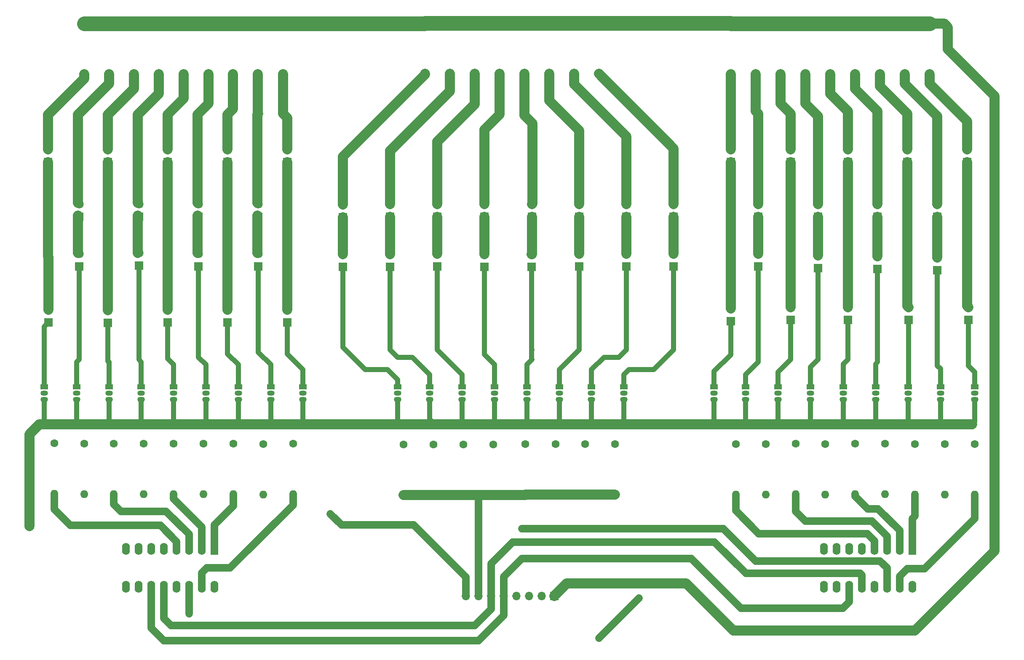
<source format=gbr>
%TF.GenerationSoftware,KiCad,Pcbnew,(6.0.2)*%
%TF.CreationDate,2023-10-08T18:11:24+02:00*%
%TF.ProjectId,kamizelka,6b616d69-7a65-46c6-9b61-2e6b69636164,rev?*%
%TF.SameCoordinates,Original*%
%TF.FileFunction,Copper,L2,Bot*%
%TF.FilePolarity,Positive*%
%FSLAX46Y46*%
G04 Gerber Fmt 4.6, Leading zero omitted, Abs format (unit mm)*
G04 Created by KiCad (PCBNEW (6.0.2)) date 2023-10-08 18:11:24*
%MOMM*%
%LPD*%
G01*
G04 APERTURE LIST*
%TA.AperFunction,ComponentPad*%
%ADD10C,1.600000*%
%TD*%
%TA.AperFunction,ComponentPad*%
%ADD11O,1.600000X1.600000*%
%TD*%
%TA.AperFunction,ComponentPad*%
%ADD12R,1.800000X1.800000*%
%TD*%
%TA.AperFunction,ComponentPad*%
%ADD13C,1.800000*%
%TD*%
%TA.AperFunction,ComponentPad*%
%ADD14R,1.500000X1.050000*%
%TD*%
%TA.AperFunction,ComponentPad*%
%ADD15O,1.500000X1.050000*%
%TD*%
%TA.AperFunction,ComponentPad*%
%ADD16R,1.600000X2.400000*%
%TD*%
%TA.AperFunction,ComponentPad*%
%ADD17O,1.600000X2.400000*%
%TD*%
%TA.AperFunction,ComponentPad*%
%ADD18R,1.700000X1.700000*%
%TD*%
%TA.AperFunction,ComponentPad*%
%ADD19O,1.700000X1.700000*%
%TD*%
%TA.AperFunction,ViaPad*%
%ADD20C,2.000000*%
%TD*%
%TA.AperFunction,ViaPad*%
%ADD21C,1.300000*%
%TD*%
%TA.AperFunction,Conductor*%
%ADD22C,2.000000*%
%TD*%
%TA.AperFunction,Conductor*%
%ADD23C,1.000000*%
%TD*%
%TA.AperFunction,Conductor*%
%ADD24C,3.000000*%
%TD*%
%TA.AperFunction,Conductor*%
%ADD25C,1.500000*%
%TD*%
G04 APERTURE END LIST*
D10*
%TO.P,R46,1*%
%TO.N,+5V*%
X218500000Y-34420000D03*
D11*
%TO.P,R46,2*%
%TO.N,Net-(D45-Pad2)*%
X218500000Y-44580000D03*
%TD*%
D12*
%TO.P,D16,1,K*%
%TO.N,Net-(D16-Pad1)*%
X98500000Y-83275000D03*
D13*
%TO.P,D16,2,A*%
%TO.N,Net-(D15-Pad1)*%
X98500000Y-80735000D03*
%TD*%
D10*
%TO.P,R22,1*%
%TO.N,+5V*%
X136990000Y-34310000D03*
D11*
%TO.P,R22,2*%
%TO.N,Net-(D21-Pad2)*%
X136990000Y-44470000D03*
%TD*%
D12*
%TO.P,D26,1,K*%
%TO.N,Net-(D26-Pad1)*%
X143980000Y-83295000D03*
D13*
%TO.P,D26,2,A*%
%TO.N,Net-(D25-Pad1)*%
X143980000Y-80755000D03*
%TD*%
D12*
%TO.P,D28,1,K*%
%TO.N,Net-(D28-Pad1)*%
X153490000Y-83315000D03*
D13*
%TO.P,D28,2,A*%
%TO.N,Net-(D27-Pad1)*%
X153490000Y-80775000D03*
%TD*%
D12*
%TO.P,D50,1,K*%
%TO.N,Net-(D50-Pad1)*%
X235000000Y-84050000D03*
D13*
%TO.P,D50,2,A*%
%TO.N,Net-(D49-Pad1)*%
X235000000Y-81510000D03*
%TD*%
D10*
%TO.P,R34,1*%
%TO.N,+5V*%
X167000000Y-34340000D03*
D11*
%TO.P,R34,2*%
%TO.N,Net-(D33-Pad2)*%
X167000000Y-44500000D03*
%TD*%
D10*
%TO.P,R18,1*%
%TO.N,+5V*%
X103500000Y-34420000D03*
D11*
%TO.P,R18,2*%
%TO.N,Net-(D17-Pad2)*%
X103500000Y-44580000D03*
%TD*%
D14*
%TO.P,Q13,1,C*%
%TO.N,Net-(D26-Pad1)*%
X146000000Y-107500000D03*
D15*
%TO.P,Q13,2,B*%
%TO.N,Net-(Q13-Pad2)*%
X146000000Y-108770000D03*
%TO.P,Q13,3,E*%
%TO.N,GND*%
X146000000Y-110040000D03*
%TD*%
D10*
%TO.P,R44,1*%
%TO.N,+5V*%
X213500000Y-34420000D03*
D11*
%TO.P,R44,2*%
%TO.N,Net-(D43-Pad2)*%
X213500000Y-44580000D03*
%TD*%
D12*
%TO.P,D36,1,K*%
%TO.N,Net-(D36-Pad1)*%
X193500000Y-94275000D03*
D13*
%TO.P,D36,2,A*%
%TO.N,Net-(D35-Pad1)*%
X193500000Y-91735000D03*
%TD*%
D10*
%TO.P,R41,1*%
%TO.N,Net-(Q21-Pad2)*%
X212500000Y-119000000D03*
D11*
%TO.P,R41,2*%
%TO.N,Net-(J1-Pad8)*%
X212500000Y-129160000D03*
%TD*%
D14*
%TO.P,Q17,1,C*%
%TO.N,Net-(D34-Pad1)*%
X172000000Y-107500000D03*
D15*
%TO.P,Q17,2,B*%
%TO.N,Net-(Q17-Pad2)*%
X172000000Y-108770000D03*
%TO.P,Q17,3,E*%
%TO.N,GND*%
X172000000Y-110040000D03*
%TD*%
D10*
%TO.P,R50,1*%
%TO.N,+5V*%
X228500000Y-34420000D03*
D11*
%TO.P,R50,2*%
%TO.N,Net-(D49-Pad2)*%
X228500000Y-44580000D03*
%TD*%
D14*
%TO.P,Q6,1,C*%
%TO.N,Net-(D12-Pad1)*%
X88000000Y-107500000D03*
D15*
%TO.P,Q6,2,B*%
%TO.N,Net-(Q6-Pad2)*%
X88000000Y-108770000D03*
%TO.P,Q6,3,E*%
%TO.N,GND*%
X88000000Y-110040000D03*
%TD*%
D12*
%TO.P,D40,1,K*%
%TO.N,Net-(D40-Pad1)*%
X205500000Y-94000000D03*
D13*
%TO.P,D40,2,A*%
%TO.N,Net-(D39-Pad1)*%
X205500000Y-91460000D03*
%TD*%
D10*
%TO.P,R10,1*%
%TO.N,+5V*%
X83500000Y-34420000D03*
D11*
%TO.P,R10,2*%
%TO.N,Net-(D9-Pad2)*%
X83500000Y-44580000D03*
%TD*%
D12*
%TO.P,D45,1,K*%
%TO.N,Net-(D45-Pad1)*%
X223000000Y-73275000D03*
D13*
%TO.P,D45,2,A*%
%TO.N,Net-(D45-Pad2)*%
X223000000Y-70735000D03*
%TD*%
D10*
%TO.P,R16,1*%
%TO.N,+5V*%
X98440000Y-34420000D03*
D11*
%TO.P,R16,2*%
%TO.N,Net-(D15-Pad2)*%
X98440000Y-44580000D03*
%TD*%
D10*
%TO.P,R47,1*%
%TO.N,Net-(Q24-Pad2)*%
X230500000Y-119000000D03*
D11*
%TO.P,R47,2*%
%TO.N,Net-(R47-Pad2)*%
X230500000Y-129160000D03*
%TD*%
D12*
%TO.P,D47,1,K*%
%TO.N,Net-(D47-Pad1)*%
X229000000Y-62275000D03*
D13*
%TO.P,D47,2,A*%
%TO.N,Net-(D47-Pad2)*%
X229000000Y-59735000D03*
%TD*%
D10*
%TO.P,R27,1*%
%TO.N,Net-(Q14-Pad2)*%
X152210000Y-119000000D03*
D11*
%TO.P,R27,2*%
%TO.N,Net-(J1-Pad7)*%
X152210000Y-129160000D03*
%TD*%
D10*
%TO.P,R7,1*%
%TO.N,Net-(Q4-Pad2)*%
X75500000Y-118920000D03*
D11*
%TO.P,R7,2*%
%TO.N,Net-(J1-Pad8)*%
X75500000Y-129080000D03*
%TD*%
D16*
%TO.P,U2,1,QB*%
%TO.N,Net-(R47-Pad2)*%
X229960000Y-140040000D03*
D17*
%TO.P,U2,2,QC*%
%TO.N,Net-(R43-Pad2)*%
X227420000Y-140040000D03*
%TO.P,U2,3,QD*%
%TO.N,Net-(R39-Pad2)*%
X224880000Y-140040000D03*
%TO.P,U2,4,QE*%
%TO.N,Net-(R35-Pad2)*%
X222340000Y-140040000D03*
%TO.P,U2,5,QF*%
%TO.N,unconnected-(U2-Pad5)*%
X219800000Y-140040000D03*
%TO.P,U2,6,QG*%
%TO.N,unconnected-(U2-Pad6)*%
X217260000Y-140040000D03*
%TO.P,U2,7,QH*%
%TO.N,unconnected-(U2-Pad7)*%
X214720000Y-140040000D03*
%TO.P,U2,8,GND*%
%TO.N,GND*%
X212180000Y-140040000D03*
%TO.P,U2,9,QH'*%
%TO.N,Net-(U1-Pad14)*%
X212180000Y-147660000D03*
%TO.P,U2,10,~{SRCLR}*%
%TO.N,+3V3*%
X214720000Y-147660000D03*
%TO.P,U2,11,SRCLK*%
%TO.N,Net-(J1-Pad5)*%
X217260000Y-147660000D03*
%TO.P,U2,12,RCLK*%
%TO.N,Net-(J1-Pad6)*%
X219800000Y-147660000D03*
%TO.P,U2,13,~{OE}*%
%TO.N,GND*%
X222340000Y-147660000D03*
%TO.P,U2,14,SER*%
%TO.N,Net-(J1-Pad4)*%
X224880000Y-147660000D03*
%TO.P,U2,15,QA*%
%TO.N,Net-(R51-Pad2)*%
X227420000Y-147660000D03*
%TO.P,U2,16,VCC*%
%TO.N,+3V3*%
X229960000Y-147660000D03*
%TD*%
D10*
%TO.P,R52,1*%
%TO.N,+5V*%
X233500000Y-34420000D03*
D11*
%TO.P,R52,2*%
%TO.N,Net-(D51-Pad2)*%
X233500000Y-44580000D03*
%TD*%
D12*
%TO.P,D46,1,K*%
%TO.N,Net-(D46-Pad1)*%
X223000000Y-83775000D03*
D13*
%TO.P,D46,2,A*%
%TO.N,Net-(D45-Pad1)*%
X223000000Y-81235000D03*
%TD*%
D10*
%TO.P,R45,1*%
%TO.N,Net-(Q23-Pad2)*%
X224500000Y-118920000D03*
D11*
%TO.P,R45,2*%
%TO.N,Net-(J1-Pad8)*%
X224500000Y-129080000D03*
%TD*%
D12*
%TO.P,D30,1,K*%
%TO.N,Net-(D30-Pad1)*%
X163000000Y-83255000D03*
D13*
%TO.P,D30,2,A*%
%TO.N,Net-(D29-Pad1)*%
X163000000Y-80715000D03*
%TD*%
D10*
%TO.P,R20,1*%
%TO.N,+5V*%
X132000000Y-34340000D03*
D11*
%TO.P,R20,2*%
%TO.N,Net-(D19-Pad2)*%
X132000000Y-44500000D03*
%TD*%
D12*
%TO.P,D51,1,K*%
%TO.N,Net-(D51-Pad1)*%
X241000000Y-62275000D03*
D13*
%TO.P,D51,2,A*%
%TO.N,Net-(D51-Pad2)*%
X241000000Y-59735000D03*
%TD*%
D12*
%TO.P,D52,1,K*%
%TO.N,Net-(D52-Pad1)*%
X241225000Y-94000000D03*
D13*
%TO.P,D52,2,A*%
%TO.N,Net-(D51-Pad1)*%
X241225000Y-91460000D03*
%TD*%
D12*
%TO.P,D5,1,K*%
%TO.N,Net-(D5-Pad1)*%
X68290000Y-62275000D03*
D13*
%TO.P,D5,2,A*%
%TO.N,Net-(D5-Pad2)*%
X68290000Y-59735000D03*
%TD*%
D10*
%TO.P,R51,1*%
%TO.N,Net-(Q26-Pad2)*%
X242500000Y-119000000D03*
D11*
%TO.P,R51,2*%
%TO.N,Net-(R51-Pad2)*%
X242500000Y-129160000D03*
%TD*%
D14*
%TO.P,Q9,1,C*%
%TO.N,Net-(D18-Pad1)*%
X107500000Y-107500000D03*
D15*
%TO.P,Q9,2,B*%
%TO.N,Net-(Q9-Pad2)*%
X107500000Y-108770000D03*
%TO.P,Q9,3,E*%
%TO.N,GND*%
X107500000Y-110040000D03*
%TD*%
D14*
%TO.P,Q12,1,C*%
%TO.N,Net-(D24-Pad1)*%
X139500000Y-107500000D03*
D15*
%TO.P,Q12,2,B*%
%TO.N,Net-(Q12-Pad2)*%
X139500000Y-108770000D03*
%TO.P,Q12,3,E*%
%TO.N,GND*%
X139500000Y-110040000D03*
%TD*%
D10*
%TO.P,R26,1*%
%TO.N,+5V*%
X147000000Y-34340000D03*
D11*
%TO.P,R26,2*%
%TO.N,Net-(D25-Pad2)*%
X147000000Y-44500000D03*
%TD*%
D10*
%TO.P,R32,1*%
%TO.N,+5V*%
X162000000Y-34340000D03*
D11*
%TO.P,R32,2*%
%TO.N,Net-(D31-Pad2)*%
X162000000Y-44500000D03*
%TD*%
D10*
%TO.P,R8,1*%
%TO.N,+5V*%
X78500000Y-34420000D03*
D11*
%TO.P,R8,2*%
%TO.N,Net-(D7-Pad2)*%
X78500000Y-44580000D03*
%TD*%
D12*
%TO.P,D41,1,K*%
%TO.N,Net-(D41-Pad1)*%
X211000000Y-73275000D03*
D13*
%TO.P,D41,2,A*%
%TO.N,Net-(D41-Pad2)*%
X211000000Y-70735000D03*
%TD*%
D12*
%TO.P,D21,1,K*%
%TO.N,Net-(D21-Pad1)*%
X125000000Y-73280000D03*
D13*
%TO.P,D21,2,A*%
%TO.N,Net-(D21-Pad2)*%
X125000000Y-70740000D03*
%TD*%
D10*
%TO.P,R29,1*%
%TO.N,Net-(Q15-Pad2)*%
X158240000Y-118950000D03*
D11*
%TO.P,R29,2*%
%TO.N,Net-(J1-Pad7)*%
X158240000Y-129110000D03*
%TD*%
D12*
%TO.P,D9,1,K*%
%TO.N,Net-(D9-Pad1)*%
X80330000Y-62275000D03*
D13*
%TO.P,D9,2,A*%
%TO.N,Net-(D9-Pad2)*%
X80330000Y-59735000D03*
%TD*%
D12*
%TO.P,D38,1,K*%
%TO.N,Net-(D38-Pad1)*%
X199000000Y-83275000D03*
D13*
%TO.P,D38,2,A*%
%TO.N,Net-(D37-Pad1)*%
X199000000Y-80735000D03*
%TD*%
D12*
%TO.P,D15,1,K*%
%TO.N,Net-(D15-Pad1)*%
X98500000Y-73275000D03*
D13*
%TO.P,D15,2,A*%
%TO.N,Net-(D15-Pad2)*%
X98500000Y-70735000D03*
%TD*%
D10*
%TO.P,R4,1*%
%TO.N,+5V*%
X68500000Y-34420000D03*
D11*
%TO.P,R4,2*%
%TO.N,Net-(D3-Pad2)*%
X68500000Y-44580000D03*
%TD*%
D10*
%TO.P,R21,1*%
%TO.N,Net-(Q11-Pad2)*%
X133760000Y-119080000D03*
D11*
%TO.P,R21,2*%
%TO.N,Net-(J1-Pad7)*%
X133760000Y-129240000D03*
%TD*%
D10*
%TO.P,R38,1*%
%TO.N,+5V*%
X198500000Y-34420000D03*
D11*
%TO.P,R38,2*%
%TO.N,Net-(D37-Pad2)*%
X198500000Y-44580000D03*
%TD*%
D12*
%TO.P,D23,1,K*%
%TO.N,Net-(D23-Pad1)*%
X134500000Y-73275000D03*
D13*
%TO.P,D23,2,A*%
%TO.N,Net-(D23-Pad2)*%
X134500000Y-70735000D03*
%TD*%
D12*
%TO.P,D35,1,K*%
%TO.N,Net-(D35-Pad1)*%
X193500000Y-62275000D03*
D13*
%TO.P,D35,2,A*%
%TO.N,Net-(D35-Pad2)*%
X193500000Y-59735000D03*
%TD*%
D14*
%TO.P,Q10,1,C*%
%TO.N,Net-(D20-Pad1)*%
X126500000Y-107500000D03*
D15*
%TO.P,Q10,2,B*%
%TO.N,Net-(Q10-Pad2)*%
X126500000Y-108770000D03*
%TO.P,Q10,3,E*%
%TO.N,GND*%
X126500000Y-110040000D03*
%TD*%
D12*
%TO.P,D10,1,K*%
%TO.N,Net-(D10-Pad1)*%
X80300000Y-94545000D03*
D13*
%TO.P,D10,2,A*%
%TO.N,Net-(D9-Pad1)*%
X80300000Y-92005000D03*
%TD*%
D12*
%TO.P,D48,1,K*%
%TO.N,Net-(D48-Pad1)*%
X229225000Y-94000000D03*
D13*
%TO.P,D48,2,A*%
%TO.N,Net-(D47-Pad1)*%
X229225000Y-91460000D03*
%TD*%
D18*
%TO.P,J1,1,Pin_1*%
%TO.N,+5V*%
X158000000Y-149500000D03*
D19*
%TO.P,J1,2,Pin_2*%
%TO.N,GND*%
X155460000Y-149500000D03*
%TO.P,J1,3,Pin_3*%
%TO.N,+3V3*%
X152920000Y-149500000D03*
%TO.P,J1,4,Pin_4*%
%TO.N,Net-(J1-Pad4)*%
X150380000Y-149500000D03*
%TO.P,J1,5,Pin_5*%
%TO.N,Net-(J1-Pad5)*%
X147840000Y-149500000D03*
%TO.P,J1,6,Pin_6*%
%TO.N,Net-(J1-Pad6)*%
X145300000Y-149500000D03*
%TO.P,J1,7,Pin_7*%
%TO.N,Net-(J1-Pad7)*%
X142760000Y-149500000D03*
%TO.P,J1,8,Pin_8*%
%TO.N,Net-(J1-Pad8)*%
X140220000Y-149500000D03*
%TD*%
D14*
%TO.P,Q20,1,C*%
%TO.N,Net-(D40-Pad1)*%
X203000000Y-107500000D03*
D15*
%TO.P,Q20,2,B*%
%TO.N,Net-(Q20-Pad2)*%
X203000000Y-108770000D03*
%TO.P,Q20,3,E*%
%TO.N,GND*%
X203000000Y-110040000D03*
%TD*%
D12*
%TO.P,D13,1,K*%
%TO.N,Net-(D13-Pad1)*%
X92330000Y-62275000D03*
D13*
%TO.P,D13,2,A*%
%TO.N,Net-(D13-Pad2)*%
X92330000Y-59735000D03*
%TD*%
D10*
%TO.P,R11,1*%
%TO.N,Net-(Q6-Pad2)*%
X87500000Y-118920000D03*
D11*
%TO.P,R11,2*%
%TO.N,Net-(J1-Pad8)*%
X87500000Y-129080000D03*
%TD*%
D14*
%TO.P,Q7,1,C*%
%TO.N,Net-(D14-Pad1)*%
X94500000Y-107500000D03*
D15*
%TO.P,Q7,2,B*%
%TO.N,Net-(Q7-Pad2)*%
X94500000Y-108770000D03*
%TO.P,Q7,3,E*%
%TO.N,GND*%
X94500000Y-110040000D03*
%TD*%
D10*
%TO.P,R28,1*%
%TO.N,+5V*%
X152000000Y-34340000D03*
D11*
%TO.P,R28,2*%
%TO.N,Net-(D27-Pad2)*%
X152000000Y-44500000D03*
%TD*%
D12*
%TO.P,D39,1,K*%
%TO.N,Net-(D39-Pad1)*%
X205500000Y-62275000D03*
D13*
%TO.P,D39,2,A*%
%TO.N,Net-(D39-Pad2)*%
X205500000Y-59735000D03*
%TD*%
D10*
%TO.P,R1,1*%
%TO.N,Net-(Q1-Pad2)*%
X57500000Y-118840000D03*
D11*
%TO.P,R1,2*%
%TO.N,Net-(R1-Pad2)*%
X57500000Y-129000000D03*
%TD*%
D14*
%TO.P,Q14,1,C*%
%TO.N,Net-(D28-Pad1)*%
X152500000Y-107500000D03*
D15*
%TO.P,Q14,2,B*%
%TO.N,Net-(Q14-Pad2)*%
X152500000Y-108770000D03*
%TO.P,Q14,3,E*%
%TO.N,GND*%
X152500000Y-110040000D03*
%TD*%
D10*
%TO.P,R36,1*%
%TO.N,+5V*%
X193500000Y-34420000D03*
D11*
%TO.P,R36,2*%
%TO.N,Net-(D35-Pad2)*%
X193500000Y-44580000D03*
%TD*%
D10*
%TO.P,R17,1*%
%TO.N,Net-(Q9-Pad2)*%
X105500000Y-118920000D03*
D11*
%TO.P,R17,2*%
%TO.N,Net-(R17-Pad2)*%
X105500000Y-129080000D03*
%TD*%
D14*
%TO.P,Q25,1,C*%
%TO.N,Net-(D50-Pad1)*%
X235640000Y-107500000D03*
D15*
%TO.P,Q25,2,B*%
%TO.N,Net-(Q25-Pad2)*%
X235640000Y-108770000D03*
%TO.P,Q25,3,E*%
%TO.N,GND*%
X235640000Y-110040000D03*
%TD*%
D10*
%TO.P,R5,1*%
%TO.N,Net-(Q3-Pad2)*%
X69500000Y-118920000D03*
D11*
%TO.P,R5,2*%
%TO.N,Net-(R5-Pad2)*%
X69500000Y-129080000D03*
%TD*%
D10*
%TO.P,R37,1*%
%TO.N,Net-(Q19-Pad2)*%
X200500000Y-119000000D03*
D11*
%TO.P,R37,2*%
%TO.N,Net-(J1-Pad8)*%
X200500000Y-129160000D03*
%TD*%
D10*
%TO.P,R24,1*%
%TO.N,+5V*%
X142000000Y-34340000D03*
D11*
%TO.P,R24,2*%
%TO.N,Net-(D23-Pad2)*%
X142000000Y-44500000D03*
%TD*%
D12*
%TO.P,D33,1,K*%
%TO.N,Net-(D33-Pad1)*%
X182000000Y-73255000D03*
D13*
%TO.P,D33,2,A*%
%TO.N,Net-(D33-Pad2)*%
X182000000Y-70715000D03*
%TD*%
D14*
%TO.P,Q21,1,C*%
%TO.N,Net-(D42-Pad1)*%
X209500000Y-107500000D03*
D15*
%TO.P,Q21,2,B*%
%TO.N,Net-(Q21-Pad2)*%
X209500000Y-108770000D03*
%TO.P,Q21,3,E*%
%TO.N,GND*%
X209500000Y-110040000D03*
%TD*%
D10*
%TO.P,R19,1*%
%TO.N,Net-(Q10-Pad2)*%
X127750000Y-119070000D03*
D11*
%TO.P,R19,2*%
%TO.N,Net-(J1-Pad7)*%
X127750000Y-129230000D03*
%TD*%
D10*
%TO.P,R6,1*%
%TO.N,+5V*%
X73500000Y-34420000D03*
D11*
%TO.P,R6,2*%
%TO.N,Net-(D5-Pad2)*%
X73500000Y-44580000D03*
%TD*%
D12*
%TO.P,D31,1,K*%
%TO.N,Net-(D31-Pad1)*%
X172500000Y-73255000D03*
D13*
%TO.P,D31,2,A*%
%TO.N,Net-(D31-Pad2)*%
X172500000Y-70715000D03*
%TD*%
D14*
%TO.P,Q16,1,C*%
%TO.N,Net-(D32-Pad1)*%
X165500000Y-107500000D03*
D15*
%TO.P,Q16,2,B*%
%TO.N,Net-(Q16-Pad2)*%
X165500000Y-108770000D03*
%TO.P,Q16,3,E*%
%TO.N,GND*%
X165500000Y-110040000D03*
%TD*%
D10*
%TO.P,R15,1*%
%TO.N,Net-(Q8-Pad2)*%
X99500000Y-119000000D03*
D11*
%TO.P,R15,2*%
%TO.N,Net-(J1-Pad8)*%
X99500000Y-129160000D03*
%TD*%
D10*
%TO.P,R23,1*%
%TO.N,Net-(Q12-Pad2)*%
X139750000Y-119070000D03*
D11*
%TO.P,R23,2*%
%TO.N,Net-(J1-Pad7)*%
X139750000Y-129230000D03*
%TD*%
D14*
%TO.P,Q24,1,C*%
%TO.N,Net-(D48-Pad1)*%
X229140000Y-107500000D03*
D15*
%TO.P,Q24,2,B*%
%TO.N,Net-(Q24-Pad2)*%
X229140000Y-108770000D03*
%TO.P,Q24,3,E*%
%TO.N,GND*%
X229140000Y-110040000D03*
%TD*%
D12*
%TO.P,D2,1,K*%
%TO.N,Net-(D2-Pad1)*%
X56300000Y-94545000D03*
D13*
%TO.P,D2,2,A*%
%TO.N,Net-(D1-Pad1)*%
X56300000Y-92005000D03*
%TD*%
D14*
%TO.P,Q4,1,C*%
%TO.N,Net-(D8-Pad1)*%
X75000000Y-107500000D03*
D15*
%TO.P,Q4,2,B*%
%TO.N,Net-(Q4-Pad2)*%
X75000000Y-108770000D03*
%TO.P,Q4,3,E*%
%TO.N,GND*%
X75000000Y-110040000D03*
%TD*%
D14*
%TO.P,Q19,1,C*%
%TO.N,Net-(D38-Pad1)*%
X196500000Y-107500000D03*
D15*
%TO.P,Q19,2,B*%
%TO.N,Net-(Q19-Pad2)*%
X196500000Y-108770000D03*
%TO.P,Q19,3,E*%
%TO.N,GND*%
X196500000Y-110040000D03*
%TD*%
D12*
%TO.P,D43,1,K*%
%TO.N,Net-(D43-Pad1)*%
X217000000Y-62275000D03*
D13*
%TO.P,D43,2,A*%
%TO.N,Net-(D43-Pad2)*%
X217000000Y-59735000D03*
%TD*%
D16*
%TO.P,U1,1,QB*%
%TO.N,Net-(R13-Pad2)*%
X89700000Y-140030000D03*
D17*
%TO.P,U1,2,QC*%
%TO.N,Net-(R9-Pad2)*%
X87160000Y-140030000D03*
%TO.P,U1,3,QD*%
%TO.N,Net-(R5-Pad2)*%
X84620000Y-140030000D03*
%TO.P,U1,4,QE*%
%TO.N,Net-(R1-Pad2)*%
X82080000Y-140030000D03*
%TO.P,U1,5,QF*%
%TO.N,unconnected-(U1-Pad5)*%
X79540000Y-140030000D03*
%TO.P,U1,6,QG*%
%TO.N,unconnected-(U1-Pad6)*%
X77000000Y-140030000D03*
%TO.P,U1,7,QH*%
%TO.N,unconnected-(U1-Pad7)*%
X74460000Y-140030000D03*
%TO.P,U1,8,GND*%
%TO.N,GND*%
X71920000Y-140030000D03*
%TO.P,U1,9,QH'*%
%TO.N,unconnected-(U1-Pad9)*%
X71920000Y-147650000D03*
%TO.P,U1,10,~{SRCLR}*%
%TO.N,+3V3*%
X74460000Y-147650000D03*
%TO.P,U1,11,SRCLK*%
%TO.N,Net-(J1-Pad5)*%
X77000000Y-147650000D03*
%TO.P,U1,12,RCLK*%
%TO.N,Net-(J1-Pad6)*%
X79540000Y-147650000D03*
%TO.P,U1,13,~{OE}*%
%TO.N,GND*%
X82080000Y-147650000D03*
%TO.P,U1,14,SER*%
%TO.N,Net-(U1-Pad14)*%
X84620000Y-147650000D03*
%TO.P,U1,15,QA*%
%TO.N,Net-(R17-Pad2)*%
X87160000Y-147650000D03*
%TO.P,U1,16,VCC*%
%TO.N,+3V3*%
X89700000Y-147650000D03*
%TD*%
D14*
%TO.P,Q11,1,C*%
%TO.N,Net-(D22-Pad1)*%
X133000000Y-107500000D03*
D15*
%TO.P,Q11,2,B*%
%TO.N,Net-(Q11-Pad2)*%
X133000000Y-108770000D03*
%TO.P,Q11,3,E*%
%TO.N,GND*%
X133000000Y-110040000D03*
%TD*%
D12*
%TO.P,D25,1,K*%
%TO.N,Net-(D25-Pad1)*%
X144000000Y-73275000D03*
D13*
%TO.P,D25,2,A*%
%TO.N,Net-(D25-Pad2)*%
X144000000Y-70735000D03*
%TD*%
D12*
%TO.P,D7,1,K*%
%TO.N,Net-(D7-Pad1)*%
X74500000Y-73275000D03*
D13*
%TO.P,D7,2,A*%
%TO.N,Net-(D7-Pad2)*%
X74500000Y-70735000D03*
%TD*%
D12*
%TO.P,D20,1,K*%
%TO.N,Net-(D20-Pad1)*%
X115500000Y-83325000D03*
D13*
%TO.P,D20,2,A*%
%TO.N,Net-(D19-Pad1)*%
X115500000Y-80785000D03*
%TD*%
D12*
%TO.P,D11,1,K*%
%TO.N,Net-(D12-Pad2)*%
X86500000Y-73275000D03*
D13*
%TO.P,D11,2,A*%
%TO.N,Net-(D11-Pad2)*%
X86500000Y-70735000D03*
%TD*%
D14*
%TO.P,Q26,1,C*%
%TO.N,Net-(D52-Pad1)*%
X242500000Y-107500000D03*
D15*
%TO.P,Q26,2,B*%
%TO.N,Net-(Q26-Pad2)*%
X242500000Y-108770000D03*
%TO.P,Q26,3,E*%
%TO.N,GND*%
X242500000Y-110040000D03*
%TD*%
D12*
%TO.P,D27,1,K*%
%TO.N,Net-(D27-Pad1)*%
X153500000Y-73275000D03*
D13*
%TO.P,D27,2,A*%
%TO.N,Net-(D27-Pad2)*%
X153500000Y-70735000D03*
%TD*%
D14*
%TO.P,Q3,1,C*%
%TO.N,Net-(D6-Pad1)*%
X68500000Y-107500000D03*
D15*
%TO.P,Q3,2,B*%
%TO.N,Net-(Q3-Pad2)*%
X68500000Y-108770000D03*
%TO.P,Q3,3,E*%
%TO.N,GND*%
X68500000Y-110040000D03*
%TD*%
D10*
%TO.P,R40,1*%
%TO.N,+5V*%
X203500000Y-34420000D03*
D11*
%TO.P,R40,2*%
%TO.N,Net-(D39-Pad2)*%
X203500000Y-44580000D03*
%TD*%
D12*
%TO.P,D42,1,K*%
%TO.N,Net-(D42-Pad1)*%
X211000000Y-83550000D03*
D13*
%TO.P,D42,2,A*%
%TO.N,Net-(D41-Pad1)*%
X211000000Y-81010000D03*
%TD*%
D12*
%TO.P,D29,1,K*%
%TO.N,Net-(D29-Pad1)*%
X163000000Y-73255000D03*
D13*
%TO.P,D29,2,A*%
%TO.N,Net-(D29-Pad2)*%
X163000000Y-70715000D03*
%TD*%
D12*
%TO.P,D12,1,K*%
%TO.N,Net-(D12-Pad1)*%
X86500000Y-83275000D03*
D13*
%TO.P,D12,2,A*%
%TO.N,Net-(D12-Pad2)*%
X86500000Y-80735000D03*
%TD*%
D12*
%TO.P,D18,1,K*%
%TO.N,Net-(D18-Pad1)*%
X104340000Y-94545000D03*
D13*
%TO.P,D18,2,A*%
%TO.N,Net-(D17-Pad1)*%
X104340000Y-92005000D03*
%TD*%
D10*
%TO.P,R2,1*%
%TO.N,+5V*%
X63500000Y-34420000D03*
D11*
%TO.P,R2,2*%
%TO.N,Net-(D1-Pad2)*%
X63500000Y-44580000D03*
%TD*%
D10*
%TO.P,R42,1*%
%TO.N,+5V*%
X208500000Y-34420000D03*
D11*
%TO.P,R42,2*%
%TO.N,Net-(D41-Pad2)*%
X208500000Y-44580000D03*
%TD*%
D10*
%TO.P,R43,1*%
%TO.N,Net-(Q22-Pad2)*%
X218500000Y-118920000D03*
D11*
%TO.P,R43,2*%
%TO.N,Net-(R43-Pad2)*%
X218500000Y-129080000D03*
%TD*%
D14*
%TO.P,Q22,1,C*%
%TO.N,Net-(D44-Pad1)*%
X216140000Y-107500000D03*
D15*
%TO.P,Q22,2,B*%
%TO.N,Net-(Q22-Pad2)*%
X216140000Y-108770000D03*
%TO.P,Q22,3,E*%
%TO.N,GND*%
X216140000Y-110040000D03*
%TD*%
D10*
%TO.P,R33,1*%
%TO.N,Net-(Q17-Pad2)*%
X170210000Y-119000000D03*
D11*
%TO.P,R33,2*%
%TO.N,Net-(J1-Pad7)*%
X170210000Y-129160000D03*
%TD*%
D12*
%TO.P,D6,1,K*%
%TO.N,Net-(D6-Pad1)*%
X68300000Y-94570000D03*
D13*
%TO.P,D6,2,A*%
%TO.N,Net-(D5-Pad1)*%
X68300000Y-92030000D03*
%TD*%
D10*
%TO.P,R31,1*%
%TO.N,Net-(Q16-Pad2)*%
X164210000Y-119000000D03*
D11*
%TO.P,R31,2*%
%TO.N,Net-(J1-Pad7)*%
X164210000Y-129160000D03*
%TD*%
D12*
%TO.P,D17,1,K*%
%TO.N,Net-(D17-Pad1)*%
X104330000Y-62275000D03*
D13*
%TO.P,D17,2,A*%
%TO.N,Net-(D17-Pad2)*%
X104330000Y-59735000D03*
%TD*%
D10*
%TO.P,R3,1*%
%TO.N,Net-(Q2-Pad2)*%
X63500000Y-118920000D03*
D11*
%TO.P,R3,2*%
%TO.N,Net-(J1-Pad8)*%
X63500000Y-129080000D03*
%TD*%
D10*
%TO.P,R49,1*%
%TO.N,Net-(Q25-Pad2)*%
X236500000Y-119000000D03*
D11*
%TO.P,R49,2*%
%TO.N,Net-(J1-Pad8)*%
X236500000Y-129160000D03*
%TD*%
D12*
%TO.P,D14,1,K*%
%TO.N,Net-(D14-Pad1)*%
X92340000Y-94545000D03*
D13*
%TO.P,D14,2,A*%
%TO.N,Net-(D13-Pad1)*%
X92340000Y-92005000D03*
%TD*%
D10*
%TO.P,R9,1*%
%TO.N,Net-(Q5-Pad2)*%
X81500000Y-118920000D03*
D11*
%TO.P,R9,2*%
%TO.N,Net-(R9-Pad2)*%
X81500000Y-129080000D03*
%TD*%
D14*
%TO.P,Q1,1,C*%
%TO.N,Net-(D2-Pad1)*%
X55500000Y-107500000D03*
D15*
%TO.P,Q1,2,B*%
%TO.N,Net-(Q1-Pad2)*%
X55500000Y-108770000D03*
%TO.P,Q1,3,E*%
%TO.N,GND*%
X55500000Y-110040000D03*
%TD*%
D14*
%TO.P,Q5,1,C*%
%TO.N,Net-(D10-Pad1)*%
X81500000Y-107500000D03*
D15*
%TO.P,Q5,2,B*%
%TO.N,Net-(Q5-Pad2)*%
X81500000Y-108770000D03*
%TO.P,Q5,3,E*%
%TO.N,GND*%
X81500000Y-110040000D03*
%TD*%
D12*
%TO.P,D19,1,K*%
%TO.N,Net-(D19-Pad1)*%
X115500000Y-73325000D03*
D13*
%TO.P,D19,2,A*%
%TO.N,Net-(D19-Pad2)*%
X115500000Y-70785000D03*
%TD*%
D12*
%TO.P,D22,1,K*%
%TO.N,Net-(D22-Pad1)*%
X125000000Y-83325000D03*
D13*
%TO.P,D22,2,A*%
%TO.N,Net-(D21-Pad1)*%
X125000000Y-80785000D03*
%TD*%
D14*
%TO.P,Q8,1,C*%
%TO.N,Net-(D16-Pad1)*%
X101000000Y-107500000D03*
D15*
%TO.P,Q8,2,B*%
%TO.N,Net-(Q8-Pad2)*%
X101000000Y-108770000D03*
%TO.P,Q8,3,E*%
%TO.N,GND*%
X101000000Y-110040000D03*
%TD*%
D12*
%TO.P,D32,1,K*%
%TO.N,Net-(D32-Pad1)*%
X172500000Y-83255000D03*
D13*
%TO.P,D32,2,A*%
%TO.N,Net-(D31-Pad1)*%
X172500000Y-80715000D03*
%TD*%
D12*
%TO.P,D1,1,K*%
%TO.N,Net-(D1-Pad1)*%
X56290000Y-62275000D03*
D13*
%TO.P,D1,2,A*%
%TO.N,Net-(D1-Pad2)*%
X56290000Y-59735000D03*
%TD*%
D10*
%TO.P,R12,1*%
%TO.N,+5V*%
X88500000Y-34420000D03*
D11*
%TO.P,R12,2*%
%TO.N,Net-(D11-Pad2)*%
X88500000Y-44580000D03*
%TD*%
D12*
%TO.P,D34,1,K*%
%TO.N,Net-(D34-Pad1)*%
X182000000Y-83255000D03*
D13*
%TO.P,D34,2,A*%
%TO.N,Net-(D33-Pad1)*%
X182000000Y-80715000D03*
%TD*%
D12*
%TO.P,D37,1,K*%
%TO.N,Net-(D37-Pad1)*%
X199000000Y-73275000D03*
D13*
%TO.P,D37,2,A*%
%TO.N,Net-(D37-Pad2)*%
X199000000Y-70735000D03*
%TD*%
D12*
%TO.P,D44,1,K*%
%TO.N,Net-(D44-Pad1)*%
X217000000Y-94040000D03*
D13*
%TO.P,D44,2,A*%
%TO.N,Net-(D43-Pad1)*%
X217000000Y-91500000D03*
%TD*%
D14*
%TO.P,Q18,1,C*%
%TO.N,Net-(D36-Pad1)*%
X190140000Y-107500000D03*
D15*
%TO.P,Q18,2,B*%
%TO.N,Net-(Q18-Pad2)*%
X190140000Y-108770000D03*
%TO.P,Q18,3,E*%
%TO.N,GND*%
X190140000Y-110040000D03*
%TD*%
D12*
%TO.P,D49,1,K*%
%TO.N,Net-(D49-Pad1)*%
X235000000Y-73275000D03*
D13*
%TO.P,D49,2,A*%
%TO.N,Net-(D49-Pad2)*%
X235000000Y-70735000D03*
%TD*%
D10*
%TO.P,R48,1*%
%TO.N,+5V*%
X223500000Y-34420000D03*
D11*
%TO.P,R48,2*%
%TO.N,Net-(D47-Pad2)*%
X223500000Y-44580000D03*
%TD*%
D10*
%TO.P,R13,1*%
%TO.N,Net-(Q7-Pad2)*%
X93500000Y-118920000D03*
D11*
%TO.P,R13,2*%
%TO.N,Net-(R13-Pad2)*%
X93500000Y-129080000D03*
%TD*%
D12*
%TO.P,D8,1,K*%
%TO.N,Net-(D8-Pad1)*%
X74500000Y-83060000D03*
D13*
%TO.P,D8,2,A*%
%TO.N,Net-(D7-Pad1)*%
X74500000Y-80520000D03*
%TD*%
D14*
%TO.P,Q15,1,C*%
%TO.N,Net-(D30-Pad1)*%
X159000000Y-107500000D03*
D15*
%TO.P,Q15,2,B*%
%TO.N,Net-(Q15-Pad2)*%
X159000000Y-108770000D03*
%TO.P,Q15,3,E*%
%TO.N,GND*%
X159000000Y-110040000D03*
%TD*%
D10*
%TO.P,R25,1*%
%TO.N,Net-(Q13-Pad2)*%
X145750000Y-119070000D03*
D11*
%TO.P,R25,2*%
%TO.N,Net-(J1-Pad7)*%
X145750000Y-129230000D03*
%TD*%
D10*
%TO.P,R14,1*%
%TO.N,+5V*%
X93440000Y-34420000D03*
D11*
%TO.P,R14,2*%
%TO.N,Net-(D13-Pad2)*%
X93440000Y-44580000D03*
%TD*%
D14*
%TO.P,Q2,1,C*%
%TO.N,Net-(D4-Pad1)*%
X62000000Y-107500000D03*
D15*
%TO.P,Q2,2,B*%
%TO.N,Net-(Q2-Pad2)*%
X62000000Y-108770000D03*
%TO.P,Q2,3,E*%
%TO.N,GND*%
X62000000Y-110040000D03*
%TD*%
D10*
%TO.P,R30,1*%
%TO.N,+5V*%
X157000000Y-34340000D03*
D11*
%TO.P,R30,2*%
%TO.N,Net-(D29-Pad2)*%
X157000000Y-44500000D03*
%TD*%
D12*
%TO.P,D4,1,K*%
%TO.N,Net-(D4-Pad1)*%
X62500000Y-83275000D03*
D13*
%TO.P,D4,2,A*%
%TO.N,Net-(D3-Pad1)*%
X62500000Y-80735000D03*
%TD*%
D14*
%TO.P,Q23,1,C*%
%TO.N,Net-(D46-Pad1)*%
X222640000Y-107500000D03*
D15*
%TO.P,Q23,2,B*%
%TO.N,Net-(Q23-Pad2)*%
X222640000Y-108770000D03*
%TO.P,Q23,3,E*%
%TO.N,GND*%
X222640000Y-110040000D03*
%TD*%
D10*
%TO.P,R39,1*%
%TO.N,Net-(Q20-Pad2)*%
X206500000Y-118920000D03*
D11*
%TO.P,R39,2*%
%TO.N,Net-(R39-Pad2)*%
X206500000Y-129080000D03*
%TD*%
D12*
%TO.P,D3,1,K*%
%TO.N,Net-(D3-Pad1)*%
X62500000Y-73275000D03*
D13*
%TO.P,D3,2,A*%
%TO.N,Net-(D3-Pad2)*%
X62500000Y-70735000D03*
%TD*%
D10*
%TO.P,R35,1*%
%TO.N,Net-(Q18-Pad2)*%
X194500000Y-119000000D03*
D11*
%TO.P,R35,2*%
%TO.N,Net-(R35-Pad2)*%
X194500000Y-129160000D03*
%TD*%
D12*
%TO.P,D24,1,K*%
%TO.N,Net-(D24-Pad1)*%
X134470000Y-83290000D03*
D13*
%TO.P,D24,2,A*%
%TO.N,Net-(D23-Pad1)*%
X134470000Y-80750000D03*
%TD*%
D20*
%TO.N,GND*%
X52500000Y-135500000D03*
D21*
%TO.N,Net-(J1-Pad4)*%
X151500000Y-135960000D03*
%TO.N,Net-(J1-Pad8)*%
X113000000Y-133000000D03*
%TO.N,Net-(U1-Pad14)*%
X175070000Y-149960000D03*
X167000000Y-158000000D03*
X84620000Y-153140000D03*
%TD*%
D22*
%TO.N,Net-(D1-Pad1)*%
X56290000Y-62275000D02*
X56290000Y-81249022D01*
X56300000Y-81259022D02*
X56300000Y-92005000D01*
X56290000Y-81249022D02*
X56300000Y-81259022D01*
%TO.N,Net-(D1-Pad2)*%
X63500000Y-44580000D02*
X63500000Y-45500000D01*
X56290000Y-52710000D02*
X56290000Y-59735000D01*
X63500000Y-45500000D02*
X56290000Y-52710000D01*
D23*
%TO.N,Net-(D2-Pad1)*%
X56250000Y-94595000D02*
X56300000Y-94545000D01*
X55500000Y-95345000D02*
X56300000Y-94545000D01*
X55500000Y-107500000D02*
X55500000Y-95345000D01*
D22*
%TO.N,Net-(D3-Pad1)*%
X62280000Y-73040000D02*
X62280000Y-80500000D01*
X62280000Y-80500000D02*
X62300000Y-80520000D01*
%TO.N,Net-(D3-Pad2)*%
X68500000Y-44580000D02*
X68500000Y-46500000D01*
X62280000Y-52720000D02*
X62280000Y-70500000D01*
X68500000Y-46500000D02*
X62280000Y-52720000D01*
D23*
%TO.N,Net-(D4-Pad1)*%
X62000000Y-102500000D02*
X62000000Y-107500000D01*
X62500000Y-102000000D02*
X62000000Y-102500000D01*
X62500000Y-83275000D02*
X62500000Y-102000000D01*
D22*
%TO.N,Net-(D5-Pad1)*%
X68290000Y-92020000D02*
X68300000Y-92030000D01*
X68290000Y-62275000D02*
X68290000Y-92020000D01*
%TO.N,Net-(D5-Pad2)*%
X68290000Y-52710000D02*
X73500000Y-47500000D01*
X73500000Y-47500000D02*
X73500000Y-44580000D01*
X68290000Y-59735000D02*
X68290000Y-52710000D01*
D23*
%TO.N,Net-(D6-Pad1)*%
X68300000Y-102300000D02*
X68500000Y-102500000D01*
X68250000Y-94620000D02*
X68300000Y-94570000D01*
X68300000Y-94570000D02*
X68300000Y-102300000D01*
X68500000Y-102500000D02*
X68500000Y-107500000D01*
D22*
%TO.N,Net-(D7-Pad1)*%
X74280000Y-80500000D02*
X74300000Y-80520000D01*
X74280000Y-73040000D02*
X74280000Y-80500000D01*
%TO.N,Net-(D7-Pad2)*%
X78500000Y-48500000D02*
X78500000Y-44580000D01*
X74280000Y-52720000D02*
X78500000Y-48500000D01*
X74280000Y-70500000D02*
X74280000Y-52720000D01*
D23*
%TO.N,Net-(D8-Pad1)*%
X75000000Y-102500000D02*
X75000000Y-107500000D01*
X74500000Y-102000000D02*
X75000000Y-102500000D01*
X74300000Y-83060000D02*
X74250000Y-83110000D01*
X74500000Y-83060000D02*
X74500000Y-102000000D01*
D22*
%TO.N,Net-(D9-Pad2)*%
X80330000Y-52670000D02*
X83500000Y-49500000D01*
X83500000Y-49500000D02*
X83500000Y-44580000D01*
X80330000Y-59735000D02*
X80330000Y-52670000D01*
D23*
%TO.N,Net-(D10-Pad1)*%
X81500000Y-103000000D02*
X81500000Y-107500000D01*
X80300000Y-94545000D02*
X80300000Y-101800000D01*
X80300000Y-94545000D02*
X80250000Y-94595000D01*
X80300000Y-101800000D02*
X81500000Y-103000000D01*
D22*
%TO.N,Net-(D11-Pad2)*%
X86320000Y-52680000D02*
X88500000Y-50500000D01*
X88500000Y-50500000D02*
X88500000Y-44580000D01*
X86320000Y-70500000D02*
X86320000Y-52680000D01*
D23*
%TO.N,Net-(D12-Pad1)*%
X88000000Y-103000000D02*
X88000000Y-107500000D01*
X86500000Y-83275000D02*
X86500000Y-101500000D01*
X86250000Y-83150000D02*
X86340000Y-83060000D01*
X86500000Y-101500000D02*
X88000000Y-103000000D01*
D22*
%TO.N,Net-(D13-Pad1)*%
X92330000Y-62275000D02*
X92330000Y-91995000D01*
X92330000Y-91995000D02*
X92340000Y-92005000D01*
%TO.N,Net-(D13-Pad2)*%
X92330000Y-59735000D02*
X92330000Y-52670000D01*
X92330000Y-52670000D02*
X93440000Y-51560000D01*
X93440000Y-51560000D02*
X93440000Y-44580000D01*
D23*
%TO.N,Net-(D14-Pad1)*%
X92340000Y-94545000D02*
X92250000Y-94635000D01*
X92340000Y-94545000D02*
X92340000Y-100840000D01*
X94500000Y-103000000D02*
X94500000Y-107500000D01*
X92340000Y-100840000D02*
X94500000Y-103000000D01*
D22*
%TO.N,Net-(D15-Pad1)*%
X98320000Y-73040000D02*
X98320000Y-80500000D01*
X98320000Y-80500000D02*
X98340000Y-80520000D01*
%TO.N,Net-(D15-Pad2)*%
X98440000Y-52440000D02*
X98440000Y-44580000D01*
X98500000Y-52500000D02*
X98440000Y-52440000D01*
X98320000Y-70500000D02*
X98320000Y-52680000D01*
X98320000Y-52680000D02*
X98500000Y-52500000D01*
D23*
%TO.N,Net-(D16-Pad1)*%
X98500000Y-100500000D02*
X101000000Y-103000000D01*
X101000000Y-103000000D02*
X101000000Y-107500000D01*
X98340000Y-83060000D02*
X98250000Y-83150000D01*
X98500000Y-83275000D02*
X98500000Y-100500000D01*
D22*
%TO.N,Net-(D17-Pad1)*%
X104330000Y-62275000D02*
X104330000Y-91995000D01*
X104330000Y-91995000D02*
X104340000Y-92005000D01*
%TO.N,Net-(D17-Pad2)*%
X104330000Y-53330000D02*
X103500000Y-52500000D01*
X104330000Y-59735000D02*
X104330000Y-53330000D01*
X103500000Y-52500000D02*
X103500000Y-44580000D01*
D23*
%TO.N,Net-(D18-Pad1)*%
X107500000Y-104000000D02*
X107500000Y-107500000D01*
X104340000Y-94545000D02*
X104340000Y-100840000D01*
X104340000Y-100840000D02*
X107500000Y-104000000D01*
X104340000Y-94545000D02*
X104250000Y-94635000D01*
D22*
%TO.N,Net-(D19-Pad1)*%
X115500000Y-73325000D02*
X115500000Y-80785000D01*
%TO.N,Net-(D19-Pad2)*%
X115500000Y-70785000D02*
X115500000Y-61170000D01*
X115500000Y-61170000D02*
X132000000Y-44670000D01*
X132000000Y-44670000D02*
X132000000Y-44500000D01*
D23*
%TO.N,Net-(D20-Pad1)*%
X126500000Y-106000000D02*
X126500000Y-107500000D01*
X120000000Y-104000000D02*
X124500000Y-104000000D01*
X115500000Y-83325000D02*
X115500000Y-99500000D01*
X124500000Y-104000000D02*
X126500000Y-106000000D01*
X115500000Y-99500000D02*
X120000000Y-104000000D01*
D22*
%TO.N,Net-(D21-Pad1)*%
X125000000Y-73280000D02*
X125000000Y-80785000D01*
%TO.N,Net-(D21-Pad2)*%
X136990000Y-48000000D02*
X136990000Y-44470000D01*
X125000000Y-70740000D02*
X125000000Y-59990000D01*
X125000000Y-59990000D02*
X136990000Y-48000000D01*
D23*
%TO.N,Net-(D22-Pad1)*%
X129500000Y-101500000D02*
X133000000Y-105000000D01*
X125000000Y-100000000D02*
X126500000Y-101500000D01*
X125000000Y-83325000D02*
X125000000Y-100000000D01*
X126500000Y-101500000D02*
X129500000Y-101500000D01*
X133000000Y-105000000D02*
X133000000Y-107500000D01*
D22*
%TO.N,Net-(D23-Pad1)*%
X134500000Y-80720000D02*
X134470000Y-80750000D01*
X134500000Y-73275000D02*
X134500000Y-80720000D01*
%TO.N,Net-(D23-Pad2)*%
X142000000Y-50620000D02*
X142000000Y-44500000D01*
X134500000Y-70735000D02*
X134500000Y-58120000D01*
X134500000Y-58120000D02*
X142000000Y-50620000D01*
D23*
%TO.N,Net-(D24-Pad1)*%
X134470000Y-99970000D02*
X139500000Y-105000000D01*
X139500000Y-105000000D02*
X139500000Y-107500000D01*
X134470000Y-83290000D02*
X134470000Y-99970000D01*
D22*
%TO.N,Net-(D25-Pad1)*%
X144000000Y-80735000D02*
X143980000Y-80755000D01*
X144000000Y-73275000D02*
X144000000Y-80735000D01*
%TO.N,Net-(D25-Pad2)*%
X144000000Y-70735000D02*
X144000000Y-55730000D01*
X144000000Y-55730000D02*
X147010000Y-52720000D01*
X147000000Y-52710000D02*
X147000000Y-44500000D01*
X147010000Y-52720000D02*
X147000000Y-52710000D01*
D23*
%TO.N,Net-(D26-Pad1)*%
X143980000Y-83295000D02*
X143980000Y-100980000D01*
X146000000Y-103000000D02*
X146000000Y-107500000D01*
X143980000Y-100980000D02*
X146000000Y-103000000D01*
D22*
%TO.N,Net-(D27-Pad1)*%
X153500000Y-80765000D02*
X153490000Y-80775000D01*
X153500000Y-73275000D02*
X153500000Y-80765000D01*
%TO.N,Net-(D27-Pad2)*%
X153500000Y-70735000D02*
X153580000Y-70655000D01*
X153580000Y-70655000D02*
X153580000Y-54460000D01*
X152000000Y-52880000D02*
X152000000Y-44500000D01*
X153580000Y-54460000D02*
X152000000Y-52880000D01*
D23*
%TO.N,Net-(D28-Pad1)*%
X153490000Y-99990000D02*
X153500000Y-100000000D01*
X153500000Y-102000000D02*
X152500000Y-103000000D01*
X153490000Y-83315000D02*
X153490000Y-99990000D01*
X152500000Y-103000000D02*
X152500000Y-107500000D01*
X153490000Y-99990000D02*
X153490000Y-102010000D01*
D22*
%TO.N,Net-(D29-Pad1)*%
X163000000Y-73255000D02*
X163000000Y-80715000D01*
%TO.N,Net-(D29-Pad2)*%
X163000000Y-70715000D02*
X163000000Y-55870000D01*
X163000000Y-55870000D02*
X157000000Y-49870000D01*
X157000000Y-49870000D02*
X157000000Y-44500000D01*
D23*
%TO.N,Net-(D30-Pad1)*%
X163000000Y-83255000D02*
X163000000Y-100000000D01*
X159000000Y-104360000D02*
X159000000Y-107500000D01*
X163000000Y-100000000D02*
X159000000Y-104000000D01*
X159000000Y-104000000D02*
X159000000Y-104360000D01*
D22*
%TO.N,Net-(D31-Pad1)*%
X172500000Y-73255000D02*
X172500000Y-80715000D01*
%TO.N,Net-(D31-Pad2)*%
X162000000Y-46550000D02*
X162000000Y-44500000D01*
X172500000Y-70715000D02*
X172500000Y-57050000D01*
X172500000Y-57050000D02*
X162000000Y-46550000D01*
D23*
%TO.N,Net-(D32-Pad1)*%
X165500000Y-104000000D02*
X165500000Y-105000000D01*
X172500000Y-83255000D02*
X172500000Y-100000000D01*
X165500000Y-104360000D02*
X165500000Y-107500000D01*
X172500000Y-100000000D02*
X171000000Y-101500000D01*
X171000000Y-101500000D02*
X168000000Y-101500000D01*
X168000000Y-101500000D02*
X165500000Y-104000000D01*
D22*
%TO.N,Net-(D33-Pad1)*%
X182000000Y-73255000D02*
X182000000Y-80715000D01*
%TO.N,Net-(D33-Pad2)*%
X182000000Y-59500000D02*
X167000000Y-44500000D01*
X182000000Y-70715000D02*
X182000000Y-59500000D01*
D23*
%TO.N,Net-(D34-Pad1)*%
X173000000Y-104000000D02*
X178000000Y-104000000D01*
X182000000Y-100000000D02*
X182000000Y-83255000D01*
X172000000Y-107500000D02*
X172000000Y-105000000D01*
X172000000Y-105000000D02*
X173000000Y-104000000D01*
X178000000Y-104000000D02*
X182000000Y-100000000D01*
D22*
%TO.N,Net-(D35-Pad1)*%
X193500000Y-62275000D02*
X193500000Y-91735000D01*
%TO.N,Net-(D35-Pad2)*%
X193500000Y-44580000D02*
X193500000Y-59735000D01*
D23*
%TO.N,Net-(D36-Pad1)*%
X193500000Y-101000000D02*
X190140000Y-104360000D01*
X190140000Y-104360000D02*
X190140000Y-107500000D01*
X193500000Y-94275000D02*
X193500000Y-101000000D01*
X193500000Y-94275000D02*
X193230000Y-94545000D01*
D22*
%TO.N,Net-(D37-Pad1)*%
X199000000Y-73275000D02*
X199000000Y-80735000D01*
%TO.N,Net-(D37-Pad2)*%
X199000000Y-70735000D02*
X199000000Y-52500000D01*
X198500000Y-52000000D02*
X198500000Y-44580000D01*
X199000000Y-52500000D02*
X198500000Y-52000000D01*
D23*
%TO.N,Net-(D38-Pad1)*%
X199000000Y-102500000D02*
X196500000Y-105000000D01*
X199000000Y-83275000D02*
X199000000Y-102500000D01*
X196500000Y-105000000D02*
X196500000Y-107500000D01*
D22*
%TO.N,Net-(D39-Pad1)*%
X205500000Y-62275000D02*
X205500000Y-91460000D01*
%TO.N,Net-(D39-Pad2)*%
X203500000Y-50500000D02*
X203500000Y-44580000D01*
X205500000Y-59735000D02*
X205500000Y-52500000D01*
X205500000Y-52500000D02*
X203500000Y-50500000D01*
D23*
%TO.N,Net-(D40-Pad1)*%
X203000000Y-104500000D02*
X203000000Y-107500000D01*
X205500000Y-94000000D02*
X205500000Y-102000000D01*
X205500000Y-94000000D02*
X205230000Y-94270000D01*
X205500000Y-102000000D02*
X203000000Y-104500000D01*
D22*
%TO.N,Net-(D41-Pad1)*%
X211000000Y-73275000D02*
X211000000Y-81010000D01*
%TO.N,Net-(D41-Pad2)*%
X211000000Y-70735000D02*
X211000000Y-53000000D01*
X211000000Y-53000000D02*
X208500000Y-50500000D01*
X208500000Y-50500000D02*
X208500000Y-44580000D01*
D23*
%TO.N,Net-(D42-Pad1)*%
X211000000Y-102000000D02*
X209500000Y-103500000D01*
X209500000Y-103500000D02*
X209500000Y-107500000D01*
X211000000Y-83550000D02*
X211000000Y-102000000D01*
D22*
%TO.N,Net-(D43-Pad1)*%
X217000000Y-62275000D02*
X217000000Y-91500000D01*
%TO.N,Net-(D43-Pad2)*%
X217000000Y-52000000D02*
X213500000Y-48500000D01*
X213500000Y-48500000D02*
X213500000Y-44580000D01*
X217000000Y-59735000D02*
X217000000Y-52000000D01*
D23*
%TO.N,Net-(D44-Pad1)*%
X217000000Y-94040000D02*
X217000000Y-102000000D01*
X217000000Y-102000000D02*
X216140000Y-102860000D01*
X216140000Y-102860000D02*
X216140000Y-107500000D01*
D22*
%TO.N,Net-(D45-Pad1)*%
X223000000Y-73275000D02*
X223000000Y-81235000D01*
%TO.N,Net-(D45-Pad2)*%
X223000000Y-70735000D02*
X223000000Y-52000000D01*
X218500000Y-47500000D02*
X218500000Y-44580000D01*
X223000000Y-52000000D02*
X218500000Y-47500000D01*
D23*
%TO.N,Net-(D46-Pad1)*%
X223000000Y-83775000D02*
X223000000Y-102500000D01*
X223000000Y-102500000D02*
X222640000Y-102860000D01*
X222640000Y-102860000D02*
X222640000Y-107500000D01*
D22*
%TO.N,Net-(D47-Pad1)*%
X229000000Y-91235000D02*
X229225000Y-91460000D01*
X229000000Y-62275000D02*
X229000000Y-91235000D01*
%TO.N,Net-(D47-Pad2)*%
X229000000Y-59735000D02*
X229000000Y-52500000D01*
X223500000Y-47000000D02*
X223500000Y-44580000D01*
X229000000Y-52500000D02*
X223500000Y-47000000D01*
D23*
%TO.N,Net-(D48-Pad1)*%
X229225000Y-94000000D02*
X229225000Y-107415000D01*
X229225000Y-107415000D02*
X229140000Y-107500000D01*
D22*
%TO.N,Net-(D49-Pad1)*%
X235000000Y-73275000D02*
X235000000Y-81510000D01*
%TO.N,Net-(D49-Pad2)*%
X235000000Y-53000000D02*
X228500000Y-46500000D01*
X228500000Y-46500000D02*
X228500000Y-44580000D01*
X235000000Y-70735000D02*
X235000000Y-53000000D01*
D23*
%TO.N,Net-(D50-Pad1)*%
X235640000Y-103860000D02*
X235640000Y-107500000D01*
X235000000Y-103220000D02*
X235640000Y-103860000D01*
X235000000Y-84050000D02*
X235000000Y-103220000D01*
D22*
%TO.N,Net-(D51-Pad1)*%
X241000000Y-91235000D02*
X241225000Y-91460000D01*
X241000000Y-62275000D02*
X241000000Y-91235000D01*
%TO.N,Net-(D51-Pad2)*%
X241000000Y-59735000D02*
X241000000Y-54000000D01*
X241000000Y-54000000D02*
X233500000Y-46500000D01*
X233500000Y-46500000D02*
X233500000Y-44580000D01*
D23*
%TO.N,Net-(D52-Pad1)*%
X241225000Y-103225000D02*
X242500000Y-104500000D01*
X242500000Y-104500000D02*
X242500000Y-107500000D01*
X241225000Y-94000000D02*
X241225000Y-103225000D01*
D24*
%TO.N,+5V*%
X218500000Y-34420000D02*
X223500000Y-34420000D01*
X193500000Y-34420000D02*
X198500000Y-34420000D01*
X167000000Y-34340000D02*
X193420000Y-34340000D01*
D22*
X158000000Y-149500000D02*
X160500000Y-147000000D01*
D24*
X63500000Y-34420000D02*
X68500000Y-34420000D01*
X198500000Y-34420000D02*
X203500000Y-34420000D01*
D22*
X237080000Y-35120000D02*
X236380000Y-34420000D01*
D24*
X193420000Y-34340000D02*
X193500000Y-34420000D01*
X103500000Y-34420000D02*
X131920000Y-34420000D01*
X136960000Y-34340000D02*
X136990000Y-34310000D01*
X152000000Y-34340000D02*
X157000000Y-34340000D01*
D22*
X237080000Y-39580000D02*
X237080000Y-35120000D01*
X246500000Y-140500000D02*
X246500000Y-49000000D01*
D24*
X68500000Y-34420000D02*
X73500000Y-34420000D01*
X98440000Y-34420000D02*
X93440000Y-34420000D01*
D22*
X194000000Y-156500000D02*
X230500000Y-156500000D01*
D24*
X83500000Y-34420000D02*
X78500000Y-34420000D01*
D22*
X160500000Y-147000000D02*
X184500000Y-147000000D01*
D24*
X103500000Y-34420000D02*
X98440000Y-34420000D01*
X147000000Y-34340000D02*
X152000000Y-34340000D01*
X73500000Y-34420000D02*
X78500000Y-34420000D01*
X141970000Y-34310000D02*
X142000000Y-34340000D01*
X223500000Y-34420000D02*
X228500000Y-34420000D01*
X228500000Y-34420000D02*
X233500000Y-34420000D01*
X142000000Y-34340000D02*
X147000000Y-34340000D01*
X162000000Y-34340000D02*
X167000000Y-34340000D01*
X136990000Y-34310000D02*
X141970000Y-34310000D01*
D22*
X246500000Y-49000000D02*
X237080000Y-39580000D01*
X236380000Y-34420000D02*
X233500000Y-34420000D01*
D24*
X213500000Y-34420000D02*
X218500000Y-34420000D01*
X88500000Y-34420000D02*
X83500000Y-34420000D01*
X131920000Y-34420000D02*
X132000000Y-34340000D01*
D22*
X184500000Y-147000000D02*
X194000000Y-156500000D01*
D24*
X132000000Y-34340000D02*
X136960000Y-34340000D01*
D22*
X230500000Y-156500000D02*
X246500000Y-140500000D01*
D24*
X93440000Y-34420000D02*
X88500000Y-34420000D01*
X203500000Y-34420000D02*
X208500000Y-34420000D01*
X157000000Y-34340000D02*
X162000000Y-34340000D01*
X208500000Y-34420000D02*
X213500000Y-34420000D01*
D23*
%TO.N,GND*%
X75000000Y-114500000D02*
X75500000Y-115000000D01*
X75000000Y-110040000D02*
X75000000Y-114500000D01*
X133000000Y-110040000D02*
X133000000Y-114000000D01*
D22*
X229000000Y-115000000D02*
X235500000Y-115000000D01*
X54500000Y-115000000D02*
X56000000Y-115000000D01*
D23*
X55500000Y-114500000D02*
X56000000Y-115000000D01*
X139500000Y-110040000D02*
X139500000Y-114500000D01*
X126500000Y-110040000D02*
X126500000Y-115000000D01*
X229140000Y-114860000D02*
X229000000Y-115000000D01*
D22*
X190500000Y-115000000D02*
X197000000Y-115000000D01*
X108000000Y-115000000D02*
X126500000Y-115000000D01*
D23*
X172000000Y-114500000D02*
X172500000Y-115000000D01*
X235640000Y-110040000D02*
X235640000Y-114860000D01*
D22*
X140000000Y-115000000D02*
X146000000Y-115000000D01*
X216500000Y-115000000D02*
X222500000Y-115000000D01*
D23*
X81500000Y-110040000D02*
X81500000Y-114500000D01*
X229140000Y-110040000D02*
X229140000Y-114860000D01*
D22*
X52500000Y-135500000D02*
X52500000Y-117000000D01*
D23*
X139500000Y-114500000D02*
X140000000Y-115000000D01*
D22*
X146000000Y-115000000D02*
X152500000Y-115000000D01*
D23*
X196500000Y-110040000D02*
X196500000Y-114500000D01*
X172000000Y-110040000D02*
X172000000Y-114500000D01*
X165500000Y-114500000D02*
X166000000Y-115000000D01*
X68500000Y-114500000D02*
X69000000Y-115000000D01*
D22*
X197000000Y-115000000D02*
X203000000Y-115000000D01*
D23*
X55500000Y-110040000D02*
X55500000Y-114500000D01*
X216140000Y-114640000D02*
X216500000Y-115000000D01*
X203000000Y-110040000D02*
X203000000Y-115000000D01*
X165500000Y-110040000D02*
X165500000Y-114500000D01*
X242500000Y-110040000D02*
X242500000Y-114500000D01*
X152500000Y-110040000D02*
X152500000Y-115000000D01*
D22*
X152500000Y-115000000D02*
X158500000Y-115000000D01*
D23*
X146000000Y-110040000D02*
X146000000Y-115000000D01*
X107500000Y-110040000D02*
X107500000Y-114500000D01*
X190140000Y-114640000D02*
X190500000Y-115000000D01*
X196500000Y-114500000D02*
X197000000Y-115000000D01*
D22*
X134000000Y-115000000D02*
X140000000Y-115000000D01*
X52500000Y-117000000D02*
X54500000Y-115000000D01*
D23*
X235640000Y-114860000D02*
X235500000Y-115000000D01*
X190140000Y-110040000D02*
X190140000Y-114640000D01*
X159000000Y-110040000D02*
X159000000Y-114500000D01*
X133000000Y-114000000D02*
X134000000Y-115000000D01*
D22*
X203000000Y-115000000D02*
X209500000Y-115000000D01*
D23*
X101000000Y-110040000D02*
X101000000Y-115000000D01*
D22*
X94500000Y-115000000D02*
X101000000Y-115000000D01*
X69000000Y-115000000D02*
X75500000Y-115000000D01*
D23*
X216140000Y-110040000D02*
X216140000Y-114640000D01*
X209500000Y-110040000D02*
X209500000Y-115000000D01*
D22*
X126500000Y-115000000D02*
X134000000Y-115000000D01*
X235500000Y-115000000D02*
X242000000Y-115000000D01*
X88000000Y-115000000D02*
X94500000Y-115000000D01*
D23*
X94500000Y-110040000D02*
X94500000Y-115000000D01*
X81500000Y-114500000D02*
X82000000Y-115000000D01*
X68500000Y-110040000D02*
X68500000Y-114500000D01*
D22*
X101000000Y-115000000D02*
X108000000Y-115000000D01*
X75500000Y-115000000D02*
X82000000Y-115000000D01*
X172500000Y-115000000D02*
X190500000Y-115000000D01*
X62000000Y-115000000D02*
X69000000Y-115000000D01*
X82000000Y-115000000D02*
X88000000Y-115000000D01*
D23*
X222640000Y-114860000D02*
X222500000Y-115000000D01*
X222640000Y-110040000D02*
X222640000Y-114860000D01*
D22*
X166000000Y-115000000D02*
X172500000Y-115000000D01*
D23*
X88000000Y-110040000D02*
X88000000Y-115000000D01*
D22*
X56000000Y-115000000D02*
X62000000Y-115000000D01*
X209500000Y-115000000D02*
X216500000Y-115000000D01*
D23*
X107500000Y-114500000D02*
X108000000Y-115000000D01*
X62000000Y-110040000D02*
X62000000Y-115000000D01*
X242500000Y-114500000D02*
X241500000Y-114500000D01*
D22*
X222500000Y-115000000D02*
X229000000Y-115000000D01*
X158500000Y-115000000D02*
X166000000Y-115000000D01*
D23*
X159000000Y-114500000D02*
X158500000Y-115000000D01*
D25*
%TO.N,Net-(J1-Pad4)*%
X198500000Y-142500000D02*
X223500000Y-142500000D01*
D23*
X151500000Y-135960000D02*
X151540000Y-136000000D01*
X151500000Y-135960000D02*
X151460000Y-136000000D01*
D25*
X224880000Y-143880000D02*
X224880000Y-147660000D01*
X223500000Y-142500000D02*
X224880000Y-143880000D01*
X151540000Y-136000000D02*
X192000000Y-136000000D01*
X192000000Y-136000000D02*
X198500000Y-142500000D01*
%TO.N,Net-(J1-Pad5)*%
X147840000Y-145660000D02*
X151500000Y-142000000D01*
X79500000Y-158500000D02*
X142770000Y-158500000D01*
X217260000Y-150740000D02*
X217260000Y-147660000D01*
X195500000Y-152000000D02*
X216000000Y-152000000D01*
X151500000Y-142000000D02*
X185500000Y-142000000D01*
X147840000Y-149500000D02*
X147840000Y-145660000D01*
X77000000Y-147650000D02*
X77000000Y-156000000D01*
X77000000Y-156000000D02*
X79500000Y-158500000D01*
X143270000Y-158000000D02*
X147840000Y-153430000D01*
X185500000Y-142000000D02*
X195500000Y-152000000D01*
X142770000Y-158500000D02*
X143270000Y-158000000D01*
X147840000Y-153430000D02*
X147840000Y-149500000D01*
X216000000Y-152000000D02*
X217260000Y-150740000D01*
%TO.N,Net-(J1-Pad6)*%
X142000000Y-155500000D02*
X142500000Y-155000000D01*
X79540000Y-154040000D02*
X81000000Y-155500000D01*
X142500000Y-155000000D02*
X145300000Y-152200000D01*
X145300000Y-143140000D02*
X145300000Y-149500000D01*
X196520000Y-145000000D02*
X219500000Y-145000000D01*
X219500000Y-145000000D02*
X219800000Y-145300000D01*
X149680000Y-138670000D02*
X190190000Y-138670000D01*
X190190000Y-138670000D02*
X196520000Y-145000000D01*
X219800000Y-145300000D02*
X219800000Y-147660000D01*
D23*
X145300000Y-143140000D02*
X145300000Y-143050000D01*
D25*
X79540000Y-147650000D02*
X79540000Y-154040000D01*
X145300000Y-152200000D02*
X145300000Y-143140000D01*
X145300000Y-143050000D02*
X149680000Y-138670000D01*
X81000000Y-155500000D02*
X142000000Y-155500000D01*
D22*
%TO.N,Net-(J1-Pad7)*%
X158190000Y-129160000D02*
X158240000Y-129110000D01*
X139750000Y-129230000D02*
X143230000Y-129230000D01*
X139740000Y-129240000D02*
X139750000Y-129230000D01*
X133760000Y-129240000D02*
X139740000Y-129240000D01*
X133750000Y-129230000D02*
X133760000Y-129240000D01*
X164210000Y-129160000D02*
X170210000Y-129160000D01*
X127750000Y-129230000D02*
X133750000Y-129230000D01*
X152140000Y-129230000D02*
X152210000Y-129160000D01*
D25*
X142760000Y-149500000D02*
X142760000Y-129700000D01*
D22*
X152210000Y-129160000D02*
X158190000Y-129160000D01*
X143230000Y-129230000D02*
X145750000Y-129230000D01*
X145750000Y-129230000D02*
X152140000Y-129230000D01*
D23*
X142760000Y-129700000D02*
X143230000Y-129230000D01*
D22*
X164160000Y-129110000D02*
X164210000Y-129160000D01*
X158240000Y-129110000D02*
X164160000Y-129110000D01*
D25*
%TO.N,Net-(J1-Pad8)*%
X115250000Y-135250000D02*
X113000000Y-133000000D01*
X129750000Y-135250000D02*
X115250000Y-135250000D01*
X140220000Y-145720000D02*
X129750000Y-135250000D01*
X140220000Y-149500000D02*
X140220000Y-145720000D01*
D23*
%TO.N,Net-(Q2-Pad2)*%
X63520000Y-118900000D02*
X63500000Y-118920000D01*
%TO.N,Net-(Q7-Pad2)*%
X93520000Y-118900000D02*
X93500000Y-118920000D01*
%TO.N,Net-(Q10-Pad2)*%
X127770000Y-119050000D02*
X127750000Y-119070000D01*
%TO.N,Net-(Q11-Pad2)*%
X133770000Y-119070000D02*
X133760000Y-119080000D01*
%TO.N,Net-(Q12-Pad2)*%
X139770000Y-119050000D02*
X139750000Y-119070000D01*
%TO.N,Net-(Q13-Pad2)*%
X145770000Y-119050000D02*
X145750000Y-119070000D01*
%TO.N,Net-(Q14-Pad2)*%
X152230000Y-118980000D02*
X152210000Y-119000000D01*
%TO.N,Net-(Q15-Pad2)*%
X158230000Y-118940000D02*
X158240000Y-118950000D01*
%TO.N,Net-(Q16-Pad2)*%
X164230000Y-118980000D02*
X164210000Y-119000000D01*
%TO.N,Net-(Q17-Pad2)*%
X170230000Y-118980000D02*
X170210000Y-119000000D01*
%TO.N,Net-(Q18-Pad2)*%
X194270000Y-118770000D02*
X194500000Y-119000000D01*
D25*
%TO.N,Net-(R1-Pad2)*%
X78840000Y-135340000D02*
X82080000Y-138580000D01*
X82080000Y-138580000D02*
X82080000Y-140030000D01*
X57500000Y-129000000D02*
X57500000Y-132070000D01*
X60770000Y-135340000D02*
X78840000Y-135340000D01*
X57500000Y-132070000D02*
X60770000Y-135340000D01*
%TO.N,Net-(R5-Pad2)*%
X84620000Y-137120000D02*
X84620000Y-140030000D01*
X69500000Y-131110000D02*
X70890000Y-132500000D01*
X70890000Y-132500000D02*
X80000000Y-132500000D01*
X69500000Y-129080000D02*
X69500000Y-131110000D01*
X80000000Y-132500000D02*
X84620000Y-137120000D01*
%TO.N,Net-(R9-Pad2)*%
X87160000Y-135660000D02*
X87160000Y-140030000D01*
X81500000Y-130000000D02*
X87160000Y-135660000D01*
X81500000Y-129080000D02*
X81500000Y-130000000D01*
%TO.N,Net-(R13-Pad2)*%
X93500000Y-129080000D02*
X93500000Y-131400000D01*
X89700000Y-135200000D02*
X89700000Y-140030000D01*
X93500000Y-131400000D02*
X89700000Y-135200000D01*
%TO.N,Net-(R17-Pad2)*%
X87160000Y-144890000D02*
X87160000Y-147650000D01*
X105500000Y-131250000D02*
X92860000Y-143890000D01*
X92860000Y-143890000D02*
X88160000Y-143890000D01*
X105500000Y-129080000D02*
X105500000Y-131250000D01*
X88160000Y-143890000D02*
X87160000Y-144890000D01*
%TO.N,Net-(R35-Pad2)*%
X199120000Y-137000000D02*
X194500000Y-132380000D01*
X222340000Y-140040000D02*
X222340000Y-138420000D01*
X194500000Y-132380000D02*
X194500000Y-129160000D01*
X220920000Y-137000000D02*
X199120000Y-137000000D01*
X222340000Y-138420000D02*
X220920000Y-137000000D01*
%TO.N,Net-(R39-Pad2)*%
X206500000Y-129080000D02*
X206500000Y-132530000D01*
X206500000Y-132530000D02*
X208470000Y-134500000D01*
X221830000Y-134500000D02*
X224880000Y-137550000D01*
X208470000Y-134500000D02*
X221830000Y-134500000D01*
X224880000Y-137550000D02*
X224880000Y-140040000D01*
%TO.N,Net-(R43-Pad2)*%
X223080000Y-132000000D02*
X227420000Y-136340000D01*
X218500000Y-129500000D02*
X221000000Y-132000000D01*
X221000000Y-132000000D02*
X223080000Y-132000000D01*
X218500000Y-129080000D02*
X218500000Y-129500000D01*
X227420000Y-136340000D02*
X227420000Y-140040000D01*
%TO.N,Net-(R47-Pad2)*%
X230500000Y-129160000D02*
X230500000Y-133450000D01*
X229960000Y-133990000D02*
X229960000Y-140040000D01*
X230500000Y-133450000D02*
X229960000Y-133990000D01*
%TO.N,Net-(R51-Pad2)*%
X242500000Y-133940000D02*
X233360000Y-143080000D01*
X242500000Y-129160000D02*
X242500000Y-133940000D01*
X229000000Y-144000000D02*
X227420000Y-145580000D01*
X227420000Y-145580000D02*
X227420000Y-147660000D01*
X232440000Y-144000000D02*
X229000000Y-144000000D01*
X233360000Y-143080000D02*
X232440000Y-144000000D01*
%TO.N,Net-(U1-Pad14)*%
X175040000Y-149960000D02*
X167000000Y-158000000D01*
X84620000Y-153140000D02*
X84620000Y-147650000D01*
D23*
X175100000Y-149960000D02*
X175040000Y-149960000D01*
%TO.N,Net-(Q1-Pad2)*%
X57520000Y-118820000D02*
X57500000Y-118840000D01*
D22*
%TO.N,Net-(D9-Pad1)*%
X80330000Y-62275000D02*
X80330000Y-91975000D01*
X80330000Y-91975000D02*
X80300000Y-92005000D01*
%TO.N,Net-(D12-Pad2)*%
X86320000Y-80500000D02*
X86340000Y-80520000D01*
X86320000Y-73040000D02*
X86320000Y-80500000D01*
%TD*%
M02*

</source>
